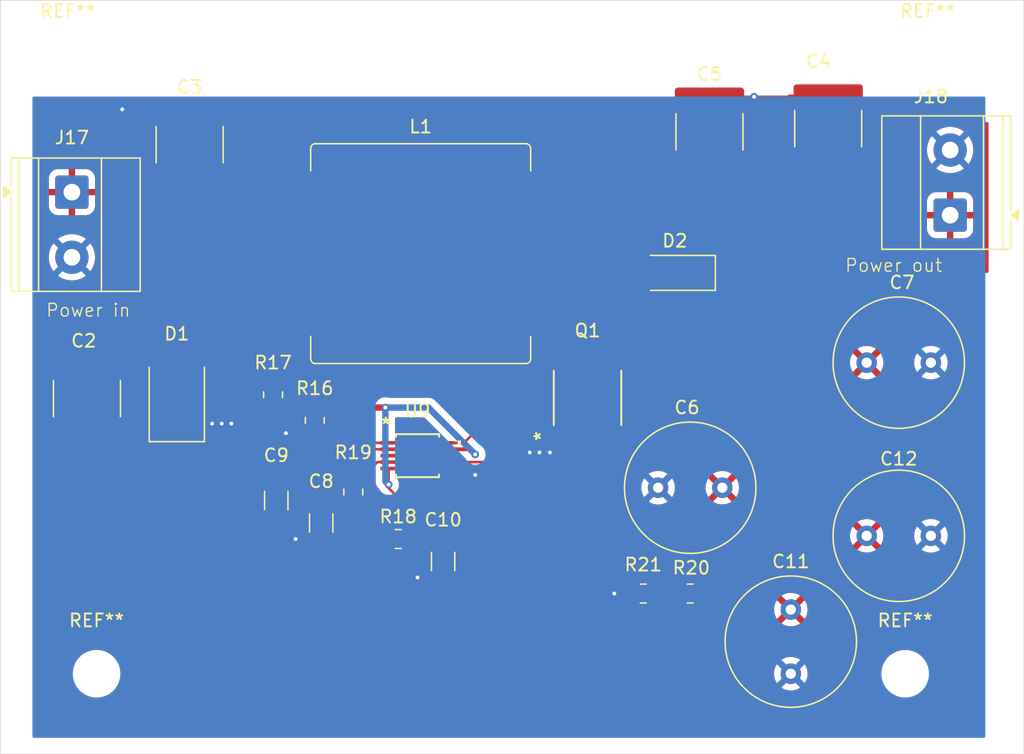
<source format=kicad_pcb>
(kicad_pcb (version 20241229) (generator "pcbnew") (generator_version "9.0")
  (layers (0 "F.Cu" signal) (2 "B.Cu" signal) (13 "F.Paste" user) (15 "B.Paste" user) (5 "F.SilkS" user "F.Silkscreen") (7 "B.SilkS" user "B.Silkscreen") (1 "F.Mask" user) (3 "B.Mask" user) (25 "Edge.Cuts" user))
  (net 0 "")
  (net 1 "GND")
  (net 2 "/Ith")
  (net 3 "Net-(C2-Pad1)")
  (net 4 "VIN")
  (net 5 "VOUT")
  (net 6 "/SENSE")
  (net 7 "/GATE")
  (net 8 "Net-(U1-FREQ)")
  (net 9 "/RUN")
  (net 10 "/FB")
  (footprint "Resistor_SMD:R_0805_2012Metric" (layer "F.Cu") (at 35.75 92.5 -90)
    (property "Reference" "R17" (at -2.5 0 180) (layer "F.SilkS"))
    (property "Value" "510k")
    (fp_line (start -0.227064 0.735) (end 0.227064 0.735) (stroke (width 0.12)) (layer "F.SilkS"))
    (fp_line (start -0.227064 -0.735) (end 0.227064 -0.735) (stroke (width 0.12)) (layer "F.SilkS"))
    (pad "1" smd roundrect (at -0.9125 0 270) (size 1.025 1.4) (layers "F.Cu" "F.Mask" "F.Paste") (roundrect_rratio 0.243902) (net 4 "VIN"))
    (pad "2" smd roundrect (at 0.9125 0 270) (size 1.025 1.4) (layers "F.Cu" "F.Mask" "F.Paste") (roundrect_rratio 0.243902) (net 9 "/RUN"))
  )
  (footprint "ltc1871:MSOP-10_MS_LIT" (layer "F.Cu") (at 47 97.25)
    (property "Reference" "U9" (at 0 -3.5 0) (layer "F.SilkS"))
    (property "Value" "LTC1871EMS-PBF")
    (fp_line (start -1.6764 -1.6764) (end -1.6764 -1.4732) (stroke (width 0.1524)) (layer "F.SilkS"))
    (fp_line (start -1.6764 1.4732) (end -1.6764 1.6764) (stroke (width 0.1524)) (layer "F.SilkS"))
    (fp_line (start -1.6764 1.6764) (end 1.6764 1.6764) (stroke (width 0.1524)) (layer "F.SilkS"))
    (fp_line (start 1.6764 -1.6764) (end -1.6764 -1.6764) (stroke (width 0.1524)) (layer "F.SilkS"))
    (fp_line (start 1.6764 -1.4732) (end 1.6764 -1.6764) (stroke (width 0.1524)) (layer "F.SilkS"))
    (fp_line (start 1.6764 1.6764) (end 1.6764 1.4732) (stroke (width 0.1524)) (layer "F.SilkS"))
    (fp_poly (pts (xy 3.3909 -1.19126) (xy 3.3909 -0.81026) (xy 3.1369 -0.81026) (xy 3.1369 -1.19126)) (fill yes) (layer "F.SilkS"))
    (fp_text user "*" (at -2.47015 -2.42316 0) (layer "F.SilkS"))
    (fp_text user "*" (at -2.47015 -2.42316 0) (layer "F.SilkS"))
    (pad "1" smd rect (at -2.21615 -1.00076) (size 1.3335 0.2794) (layers "F.Cu" "F.Mask" "F.Paste") (net 9 "/RUN"))
    (pad "2" smd rect (at -2.21615 -0.50038) (size 1.3335 0.2794) (layers "F.Cu" "F.Mask" "F.Paste") (net 2 "/Ith"))
    (pad "3" smd rect (at -2.21615 0) (size 1.3335 0.2794) (layers "F.Cu" "F.Mask" "F.Paste") (net 10 "/FB"))
    (pad "4" smd rect (at -2.21615 0.50038) (size 1.3335 0.2794) (layers "F.Cu" "F.Mask" "F.Paste") (net 8 "Net-(U1-FREQ)"))
    (pad "5" smd rect (at -2.21615 1.00076) (size 1.3335 0.2794) (layers "F.Cu" "F.Mask" "F.Paste") (net 4 "VIN"))
    (pad "6" smd rect (at 2.21615 1.00076) (size 1.3335 0.2794) (layers "F.Cu" "F.Mask" "F.Paste") (net 1 "GND"))
    (pad "7" smd rect (at 2.21615 0.50038) (size 1.3335 0.2794) (layers "F.Cu" "F.Mask" "F.Paste") (net 7 "/GATE"))
    (pad "8" smd rect (at 2.21615 0) (size 1.3335 0.2794) (layers "F.Cu" "F.Mask" "F.Paste") (net 4 "VIN"))
    (pad "9" smd rect (at 2.21615 -0.50038) (size 1.3335 0.2794) (layers "F.Cu" "F.Mask" "F.Paste") (net 4 "VIN"))
    (pad "10" smd rect (at 2.21615 -1.00076) (size 1.3335 0.2794) (layers "F.Cu" "F.Mask" "F.Paste") (net 6 "/SENSE"))
  )
  (footprint "Resistor_SMD:R_0805_2012Metric" (layer "F.Cu") (at 64.5875 108 180)
    (property "Reference" "R21" (at 0 2.25 180) (layer "F.SilkS"))
    (property "Value" "100k")
    (fp_line (start -0.227064 0.735) (end 0.227064 0.735) (stroke (width 0.12)) (layer "F.SilkS"))
    (fp_line (start -0.227064 -0.735) (end 0.227064 -0.735) (stroke (width 0.12)) (layer "F.SilkS"))
    (pad "1" smd roundrect (at -0.9125 0 180) (size 1.025 1.4) (layers "F.Cu" "F.Mask" "F.Paste") (roundrect_rratio 0.243902) (net 10 "/FB"))
    (pad "2" smd roundrect (at 0.9125 0 180) (size 1.025 1.4) (layers "F.Cu" "F.Mask" "F.Paste") (roundrect_rratio 0.243902) (net 1 "GND"))
  )
  (footprint "Diode_SMD:D_SOD-128" (layer "F.Cu") (at 67.05 83 180)
    (property "Reference" "D2" (at 0 2.5 0) (layer "F.SilkS"))
    (property "Value" "RB055LAM-60")
    (fp_line (start -3.16 1.36) (end 1.9 1.36) (stroke (width 0.12)) (layer "F.SilkS"))
    (fp_line (start -3.16 -1.36) (end 1.9 -1.36) (stroke (width 0.12)) (layer "F.SilkS"))
    (fp_line (start -3.16 -1.36) (end -3.16 1.36) (stroke (width 0.12)) (layer "F.SilkS"))
    (pad "1" smd roundrect (at -2.2 0 180) (size 1.4 2.1) (layers "F.Cu" "F.Mask" "F.Paste") (roundrect_rratio 0.1785714286) (net 5 "VOUT"))
    (pad "2" smd roundrect (at 2.2 0 180) (size 1.4 2.1) (layers "F.Cu" "F.Mask" "F.Paste") (roundrect_rratio 0.1785714286) (net 6 "/SENSE"))
  )
  (footprint "Capacitor_THT:C_Radial_D10.0mm_H20.0mm_P5.00mm" (layer "F.Cu") (at 70.75 99.75 180)
    (property "Reference" "C6" (at 2.75 6.25 180) (layer "F.SilkS"))
    (property "Value" "100u")
    (fp_circle (center 2.5 0) (end 7.62 0) (stroke (width 0.12)) (fill no) (layer "F.SilkS"))
    (pad "1" thru_hole circle (at 0 0 180) (size 1.6 1.6) (drill 0.8) (layers "*.Cu" "*.Mask") (net 5 "VOUT"))
    (pad "2" thru_hole circle (at 5 0 180) (size 1.6 1.6) (drill 0.8) (layers "*.Cu" "*.Mask") (net 1 "GND"))
  )
  (footprint "MountingHole:MountingHole_3.2mm_M3" (layer "F.Cu") (at 19.75 66.75)
    (property "Reference" "REF**" (at 0 -4.15 0) (layer "F.SilkS"))
    (property "Value" "MountingHole_3.2mm_M3" (hide yes))
    (pad "" np_thru_hole circle (at 0 0) (size 3.2 3.2) (drill 3.2) (layers "*.Cu" "*.Mask"))
  )
  (footprint "Resistor_SMD:R_0805_2012Metric" (layer "F.Cu") (at 45.5 103.75)
    (property "Reference" "R18" (at 0 -1.75 180) (layer "F.SilkS"))
    (property "Value" "110k")
    (fp_line (start -0.227064 -0.735) (end 0.227064 -0.735) (stroke (width 0.12)) (layer "F.SilkS"))
    (fp_line (start -0.227064 0.735) (end 0.227064 0.735) (stroke (width 0.12)) (layer "F.SilkS"))
    (pad "1" smd roundrect (at -0.9125 0) (size 1.025 1.4) (layers "F.Cu" "F.Mask" "F.Paste") (roundrect_rratio 0.243902) (net 8 "Net-(U1-FREQ)"))
    (pad "2" smd roundrect (at 0.9125 0) (size 1.025 1.4) (layers "F.Cu" "F.Mask" "F.Paste") (roundrect_rratio 0.243902) (net 1 "GND"))
  )
  (footprint "Capacitor_SMD:C_2220_5750Metric" (layer "F.Cu") (at 21.25 92.8 90)
    (property "Reference" "C2" (at 4.5 -0.25 0) (layer "F.SilkS"))
    (property "Value" "22u")
    (fp_line (start -1.415748 -2.61) (end 1.415748 -2.61) (stroke (width 0.12)) (layer "F.SilkS"))
    (fp_line (start -1.415748 2.61) (end 1.415748 2.61) (stroke (width 0.12)) (layer "F.SilkS"))
    (pad "1" smd roundrect (at -2.55 0 90) (size 1.8 5.4) (layers "F.Cu" "F.Mask" "F.Paste") (roundrect_rratio 0.138889) (net 1 "GND"))
    (pad "2" smd roundrect (at 2.55 0 90) (size 1.8 5.4) (layers "F.Cu" "F.Mask" "F.Paste") (roundrect_rratio 0.138889) (net 4 "VIN"))
  )
  (footprint "MountingHole:MountingHole_3.2mm_M3" (layer "F.Cu") (at 85 114.25)
    (property "Reference" "REF**" (at 0 -4.15 0) (layer "F.SilkS"))
    (property "Value" "MountingHole_3.2mm_M3" (hide yes))
    (pad "" np_thru_hole circle (at 0 0) (size 3.2 3.2) (drill 3.2) (layers "*.Cu" "*.Mask"))
  )
  (footprint "TerminalBlock_Phoenix:TerminalBlock_Phoenix_MKDS-1,5-2-5.08_1x02_P5.08mm_Horizontal" (layer "F.Cu") (at 20.0775 76.705 -90)
    (property "Reference" "J17" (at -4.25 0 180) (layer "F.SilkS"))
    (property "Value" "Screw_Terminal_01x02" (hide yes))
    (fp_line (start -2.66 4.72) (end -2.66 -5.32) (stroke (width 0.12)) (layer "F.SilkS"))
    (fp_line (start -0.3 4.72) (end -2.66 4.72) (stroke (width 0.12)) (layer "F.SilkS"))
    (fp_line (start 7.74 4.72) (end 0.3 4.72) (stroke (width 0.12)) (layer "F.SilkS"))
    (fp_line (start -2.66 4.1) (end 7.74 4.1) (stroke (width 0.12)) (layer "F.SilkS"))
    (fp_line (start -2.66 2.6) (end 7.74 2.6) (stroke (width 0.12)) (layer "F.SilkS"))
    (fp_line (start -2.66 -2.3) (end 7.74 -2.3) (stroke (width 0.12)) (layer "F.SilkS"))
    (fp_line (start -2.66 -5.32) (end 7.74 -5.32) (stroke (width 0.12)) (layer "F.SilkS"))
    (fp_line (start 7.74 -5.32) (end 7.74 4.72) (stroke (width 0.12)) (layer "F.SilkS"))
    (fp_poly (pts (xy 0 4.72) (xy 0.44 5.33) (xy -0.44 5.33)) (stroke (width 0.12)) (fill yes) (layer "F.SilkS"))
    (pad "1" thru_hole roundrect (at 0 0 270) (size 2.6 2.6) (drill 1.3) (layers "*.Cu" "*.Mask") (roundrect_rratio 0.096154) (net 4 "VIN"))
    (pad "2" thru_hole circle (at 5.08 0 270) (size 2.6 2.6) (drill 1.3) (layers "*.Cu" "*.Mask") (net 1 "GND"))
  )
  (footprint "Capacitor_SMD:C_2220_5750Metric" (layer "F.Cu") (at 69.75 72 90)
    (property "Reference" "C5" (at 4.5 0 180) (layer "F.SilkS"))
    (property "Value" "22u")
    (fp_line (start -1.415748 -2.61) (end 1.415748 -2.61) (stroke (width 0.12)) (layer "F.SilkS"))
    (fp_line (start -1.415748 2.61) (end 1.415748 2.61) (stroke (width 0.12)) (layer "F.SilkS"))
    (pad "1" smd roundrect (at -2.55 0 90) (size 1.8 5.4) (layers "F.Cu" "F.Mask" "F.Paste") (roundrect_rratio 0.138889) (net 5 "VOUT"))
    (pad "2" smd roundrect (at 2.55 0 90) (size 1.8 5.4) (layers "F.Cu" "F.Mask" "F.Paste") (roundrect_rratio 0.138889) (net 1 "GND"))
  )
  (footprint "Capacitor_THT:C_Radial_D10.0mm_H20.0mm_P5.00mm" (layer "F.Cu") (at 82 103.5)
    (property "Reference" "C12" (at 2.5 -6 180) (layer "F.SilkS"))
    (property "Value" "100u")
    (fp_circle (center 2.5 0) (end 7.62 0) (stroke (width 0.12)) (fill no) (layer "F.SilkS"))
    (pad "1" thru_hole circle (at 0 0) (size 1.6 1.6) (drill 0.8) (layers "*.Cu" "*.Mask") (net 5 "VOUT"))
    (pad "2" thru_hole circle (at 5 0) (size 1.6 1.6) (drill 0.8) (layers "*.Cu" "*.Mask") (net 1 "GND"))
  )
  (footprint "Capacitor_SMD:C_2220_5750Metric" (layer "F.Cu") (at 29.25 73 90)
    (property "Reference" "C3" (at 4.5 0 180) (layer "F.SilkS"))
    (property "Value" "22u")
    (fp_line (start -1.415748 -2.61) (end 1.415748 -2.61) (stroke (width 0.12)) (layer "F.SilkS"))
    (fp_line (start -1.415748 2.61) (end 1.415748 2.61) (stroke (width 0.12)) (layer "F.SilkS"))
    (pad "1" smd roundrect (at -2.55 0 90) (size 1.8 5.4) (layers "F.Cu" "F.Mask" "F.Paste") (roundrect_rratio 0.138889) (net 4 "VIN"))
    (pad "2" smd roundrect (at 2.55 0 90) (size 1.8 5.4) (layers "F.Cu" "F.Mask" "F.Paste") (roundrect_rratio 0.138889) (net 1 "GND"))
  )
  (footprint "MountingHole:MountingHole_3.2mm_M3" (layer "F.Cu") (at 22 114.25)
    (property "Reference" "REF**" (at 0 -4.15 0) (layer "F.SilkS"))
    (property "Value" "MountingHole_3.2mm_M3" (hide yes))
    (pad "" np_thru_hole circle (at 0 0) (size 3.2 3.2) (drill 3.2) (layers "*.Cu" "*.Mask"))
  )
  (footprint "Capacitor_THT:C_Radial_D10.0mm_H20.0mm_P5.00mm" (layer "F.Cu") (at 76.086789 109.25 -90)
    (property "Reference" "C11" (at -3.75 0 0) (layer "F.SilkS"))
    (property "Value" "100u")
    (fp_circle (center 2.5 0) (end 7.62 0) (stroke (width 0.12)) (fill no) (layer "F.SilkS"))
    (pad "1" thru_hole circle (at 0 0 270) (size 1.6 1.6) (drill 0.8) (layers "*.Cu" "*.Mask") (net 5 "VOUT"))
    (pad "2" thru_hole circle (at 5 0 270) (size 1.6 1.6) (drill 0.8) (layers "*.Cu" "*.Mask") (net 1 "GND"))
  )
  (footprint "Resistor_SMD:R_0805_2012Metric" (layer "F.Cu") (at 39 94.5 -90)
    (property "Reference" "R16" (at -2.5 0 180) (layer "F.SilkS"))
    (property "Value" "100k")
    (fp_line (start -0.227064 0.735) (end 0.227064 0.735) (stroke (width 0.12)) (layer "F.SilkS"))
    (fp_line (start -0.227064 -0.735) (end 0.227064 -0.735) (stroke (width 0.12)) (layer "F.SilkS"))
    (pad "1" smd roundrect (at -0.9125 0 270) (size 1.025 1.4) (layers "F.Cu" "F.Mask" "F.Paste") (roundrect_rratio 0.243902) (net 9 "/RUN"))
    (pad "2" smd roundrect (at 0.9125 0 270) (size 1.025 1.4) (layers "F.Cu" "F.Mask" "F.Paste") (roundrect_rratio 0.243902) (net 1 "GND"))
  )
  (footprint "Resistor_SMD:R_0805_2012Metric" (layer "F.Cu") (at 68.25 108 180)
    (property "Reference" "R20" (at -0.0875 2 180) (layer "F.SilkS"))
    (property "Value" "3.8Meg")
    (fp_line (start -0.227064 0.735) (end 0.227064 0.735) (stroke (width 0.12)) (layer "F.SilkS"))
    (fp_line (start -0.227064 -0.735) (end 0.227064 -0.735) (stroke (width 0.12)) (layer "F.SilkS"))
    (pad "1" smd roundrect (at -0.9125 0 180) (size 1.025 1.4) (layers "F.Cu" "F.Mask" "F.Paste") (roundrect_rratio 0.243902) (net 5 "VOUT"))
    (pad "2" smd roundrect (at 0.9125 0 180) (size 1.025 1.4) (layers "F.Cu" "F.Mask" "F.Paste") (roundrect_rratio 0.243902) (net 10 "/FB"))
  )
  (footprint "Capacitor_SMD:C_1206_3216Metric" (layer "F.Cu") (at 36 100.75038 -90)
    (property "Reference" "C9" (at -3.525 0 0) (layer "F.SilkS"))
    (property "Value" "47p")
    (fp_line (start -0.711252 0.91) (end 0.711252 0.91) (stroke (width 0.12)) (layer "F.SilkS"))
    (fp_line (start -0.711252 -0.91) (end 0.711252 -0.91) (stroke (width 0.12)) (layer "F.SilkS"))
    (pad "1" smd roundrect (at -1.475 0 270) (size 1.15 1.8) (layers "F.Cu" "F.Mask" "F.Paste") (roundrect_rratio 0.217391) (net 2 "/Ith"))
    (pad "2" smd roundrect (at 1.475 0 270) (size 1.15 1.8) (layers "F.Cu" "F.Mask" "F.Paste") (roundrect_rratio 0.217391) (net 1 "GND"))
  )
  (footprint "Capacitor_THT:C_Radial_D10.0mm_H20.0mm_P5.00mm" (layer "F.Cu") (at 82 90)
    (property "Reference" "C7" (at 2.75 -6.25 180) (layer "F.SilkS"))
    (property "Value" "100u")
    (fp_circle (center 2.5 0) (end 7.62 0) (stroke (width 0.12)) (fill no) (layer "F.SilkS"))
    (pad "1" thru_hole circle (at 0 0) (size 1.6 1.6) (drill 0.8) (layers "*.Cu" "*.Mask") (net 5 "VOUT"))
    (pad "2" thru_hole circle (at 5 0) (size 1.6 1.6) (drill 0.8) (layers "*.Cu" "*.Mask") (net 1 "GND"))
  )
  (footprint "Capacitor_SMD:C_2220_5750Metric" (layer "F.Cu") (at 79 71.75 90)
    (property "Reference" "C4" (at 5.25 -0.75 0) (layer "F.SilkS"))
    (property "Value" "22u")
    (fp_line (start -1.415748 -2.61) (end 1.415748 -2.61) (stroke (width 0.12)) (layer "F.SilkS"))
    (fp_line (start -1.415748 2.61) (end 1.415748 2.61) (stroke (width 0.12)) (layer "F.SilkS"))
    (pad "1" smd roundrect (at -2.55 0 90) (size 1.8 5.4) (layers "F.Cu" "F.Mask" "F.Paste") (roundrect_rratio 0.138889) (net 5 "VOUT"))
    (pad "2" smd roundrect (at 2.55 0 90) (size 1.8 5.4) (layers "F.Cu" "F.Mask" "F.Paste") (roundrect_rratio 0.138889) (net 1 "GND"))
  )
  (footprint "irf7805:SO8_IRF7805_INF" (layer "F.Cu") (at 60.25 92.75 90)
    (property "Reference" "Q1" (at 5.25 0 0) (layer "F.SilkS"))
    (property "Value" "IRF7805ZTRPBF")
    (fp_line (start 2.1209 -2.6289) (end -2.1209 -2.6289) (stroke (width 0.1524)) (layer "F.SilkS"))
    (fp_line (start -2.1209 2.6289) (end 2.1209 2.6289) (stroke (width 0.1524)) (layer "F.SilkS"))
    (fp_text user "*" (at -2.97815 -3.6068 90) (layer "F.SilkS"))
    (fp_text user "*" (at -2.97815 -3.6068 90) (layer "F.SilkS"))
    (pad "1" smd rect (at -2.72415 -1.905 90) (size 1.4605 0.5588) (layers "F.Cu" "F.Mask" "F.Paste") (net 1 "GND"))
    (pad "2" smd rect (at -2.72415 -0.635 90) (size 1.4605 0.5588) (layers "F.Cu" "F.Mask" "F.Paste") (net 1 "GND"))
    (pad "3" smd rect (at -2.72415 0.635 90) (size 1.4605 0.5588) (layers "F.Cu" "F.Mask" "F.Paste") (net 1 "GND"))
    (pad "4" smd rect (at -2.72415 1.905 90) (size 1.4605 0.5588) (layers "F.Cu" "F.Mask" "F.Paste") (net 7 "/GATE"))
    (pad "5" smd rect (at 2.72415 1.905 90) (size 1.4605 0.5588) (layers "F.Cu" "F.Mask" "F.Paste") (net 6 "/SENSE"))
    (pad "6" smd rect (at 2.72415 0.635 90) (size 1.4605 0.5588) (layers "F.Cu" "F.Mask" "F.Paste") (net 6 "/SENSE"))
    (pad "7" smd rect (at 2.72415 -0.635 90) (size 1.4605 0.5588) (layers "F.Cu" "F.Mask" "F.Paste") (net 6 "/SENSE"))
    (pad "8" smd rect (at 2.72415 -1.905 90) (size 1.4605 0.5588) (layers "F.Cu" "F.Mask" "F.Paste") (net 6 "/SENSE"))
  )
  (footprint "Diode_SMD:D_SMB" (layer "F.Cu") (at 28.25 92.5 90)
    (property "Reference" "D1" (at 4.75 0 180) (layer "F.SilkS"))
    (property "Value" "SMBJ24")
    (fp_line (start -3.66 -2.15) (end 2.15 -2.15) (stroke (width 0.12)) (layer "F.SilkS"))
    (fp_line (start -3.66 -2.15) (end -3.66 2.15) (stroke (width 0.12)) (layer "F.SilkS"))
    (fp_line (start -3.66 2.15) (end 2.15 2.15) (stroke (width 0.12)) (layer "F.SilkS"))
    (pad "1" smd roundrect (at -2.15 0 90) (size 2.5 2.3) (layers "F.Cu" "F.Mask" "F.Paste") (roundrect_rratio 0.1086956522) (net 1 "GND"))
    (pad "2" smd roundrect (at 2.15 0 90) (size 2.5 2.3) (layers "F.Cu" "F.Mask" "F.Paste") (roundrect_rratio 0.1086956522) (net 4 "VIN"))
  )
  (footprint "MountingHole:MountingHole_3.2mm_M3" (layer "F.Cu") (at 86.75 66.75)
    (property "Reference" "REF**" (at 0 -4.15 0) (layer "F.SilkS"))
    (property "Value" "MountingHole_3.2mm_M3" (hide yes))
    (pad "" np_thru_hole circle (at 0 0) (size 3.2 3.2) (drill 3.2) (layers "*.Cu" "*.Mask"))
  )
  (footprint "Capacitor_SMD:C_1206_3216Metric" (layer "F.Cu") (at 49 105.5 -90)
    (property "Reference" "C10" (at -3.25 0 0) (layer "F.SilkS"))
    (property "Value" "4.7u")
    (fp_line (start -0.711252 0.91) (end 0.711252 0.91) (stroke (width 0.12)) (layer "F.SilkS"))
    (fp_line (start -0.711252 -0.91) (end 0.711252 -0.91) (stroke (width 0.12)) (layer "F.SilkS"))
    (pad "1" smd roundrect (at -1.475 0 270) (size 1.15 1.8) (layers "F.Cu" "F.Mask" "F.Paste") (roundrect_rratio 0.217391) (net 4 "VIN"))
    (pad "2" smd roundrect (at 1.475 0 270) (size 1.15 1.8) (layers "F.Cu" "F.Mask" "F.Paste") (roundrect_rratio 0.217391) (net 1 "GND"))
  )
  (footprint "Resistor_SMD:R_0805_2012Metric" (layer "F.Cu") (at 42 100.0875 -90)
    (property "Reference" "R19" (at -3.0875 0 0) (layer "F.SilkS"))
    (property "Value" "22k")
    (fp_line (start -0.227064 0.735) (end 0.227064 0.735) (stroke (width 0.12)) (layer "F.SilkS"))
    (fp_line (start -0.227064 -0.735) (end 0.227064 -0.735) (stroke (width 0.12)) (layer "F.SilkS"))
    (pad "1" smd roundrect (at -0.9125 0 270) (size 1.025 1.4) (layers "F.Cu" "F.Mask" "F.Paste") (roundrect_rratio 0.243902) (net 2 "/Ith"))
    (pad "2" smd roundrect (at 0.9125 0 270) (size 1.025 1.4) (layers "F.Cu" "F.Mask" "F.Paste") (roundrect_rratio 0.243902) (net 3 "Net-(C2-Pad1)"))
  )
  (footprint "Capacitor_SMD:C_1206_3216Metric" (layer "F.Cu") (at 39.5 102.50038 -90)
    (property "Reference" "C8" (at -3.25 0 0) (layer "F.SilkS"))
    (property "Value" "6.8n")
    (fp_line (start -0.711252 0.91) (end 0.711252 0.91) (stroke (width 0.12)) (layer "F.SilkS"))
    (fp_line (start -0.711252 -0.91) (end 0.711252 -0.91) (stroke (width 0.12)) (layer "F.SilkS"))
    (pad "1" smd roundrect (at -1.475 0 270) (size 1.15 1.8) (layers "F.Cu" "F.Mask" "F.Paste") (roundrect_rratio 0.217391) (net 3 "Net-(C2-Pad1)"))
    (pad "2" smd roundrect (at 1.475 0 270) (size 1.15 1.8) (layers "F.Cu" "F.Mask" "F.Paste") (roundrect_rratio 0.217391) (net 1 "GND"))
  )
  (footprint "Inductor_SMD:L_Bourns_SRP1770TA_16.9x16.9mm" (layer "F.Cu") (at 47.25 81.5)
    (property "Reference" "L1" (at 0 -9.9 0) (layer "F.SilkS"))
    (property "Value" "SRP1770TA-150M")
    (fp_line (start -8.57 -8.2) (end -8.57 -6.45) (stroke (width 0.12)) (layer "F.SilkS"))
    (fp_line (start -8.57 6.45) (end -8.57 8.2) (stroke (width 0.12)) (layer "F.SilkS"))
    (fp_line (start -8.2 -8.57) (end 8.2 -8.57) (stroke (width 0.12)) (layer "F.SilkS"))
    (fp_line (start 8.2 8.57) (end -8.2 8.57) (stroke (width 0.12)) (layer "F.SilkS"))
    (fp_line (start 8.57 -8.2) (end 8.57 -6.45) (stroke (width 0.12)) (layer "F.SilkS"))
    (fp_line (start 8.57 6.45) (end 8.57 8.2) (stroke (width 0.12)) (layer "F.SilkS"))
    (fp_arc (start -8.57 -8.2) (mid -8.46163 -8.46163) (end -8.2 -8.57) (stroke (width 0.12)) (layer "F.SilkS"))
    (fp_arc (start -8.2 8.571214) (mid -8.451658 8.472888) (end -8.57 8.23) (stroke (width 0.12)) (layer "F.SilkS"))
    (fp_arc (start 8.209248 -8.569884) (mid 8.464879 -8.458339) (end 8.57 -8.2) (stroke (width 0.12)) (layer "F.SilkS"))
    (fp_arc (start 8.570135 8.2) (mid 8.458165 8.465237) (end 8.19 8.57) (stroke (width 0.12)) (layer "F.SilkS"))
    (pad "1" smd rect (at -7.675 0) (size 3.15 12.5) (layers "F.Cu" "F.Mask" "F.Paste") (net 4 "VIN"))
    (pad "2" smd rect (at 7.675 0) (size 3.15 12.5) (layers "F.Cu" "F.Mask" "F.Paste") (net 6 "/SENSE"))
  )
  (footprint "TerminalBlock_Phoenix:TerminalBlock_Phoenix_MKDS-1,5-2-5.08_1x02_P5.08mm_Horizontal" (layer "F.Cu") (at 88.5 78.5 90)
    (property "Reference" "J18" (at 9.25 -1.5 0) (layer "F.SilkS"))
    (property "Value" "Screw_Terminal_01x02" (hide yes))
    (fp_line (start 7.74 -5.32) (end 7.74 4.72) (stroke (width 0.12)) (layer "F.SilkS"))
    (fp_line (start -2.66 -5.32) (end 7.74 -5.32) (stroke (width 0.12)) (layer "F.SilkS"))
    (fp_line (start -2.66 -2.3) (end 7.74 -2.3) (stroke (width 0.12)) (layer "F.SilkS"))
    (fp_line (start -2.66 2.6) (end 7.74 2.6) (stroke (width 0.12)) (layer "F.SilkS"))
    (fp_line (start -2.66 4.1) (end 7.74 4.1) (stroke (width 0.12)) (layer "F.SilkS"))
    (fp_line (start 7.74 4.72) (end 0.3 4.72) (stroke (width 0.12)) (layer "F.SilkS"))
    (fp_line (start -0.3 4.72) (end -2.66 4.72) (stroke (width 0.12)) (layer "F.SilkS"))
    (fp_line (start -2.66 4.72) (end -2.66 -5.32) (stroke (width 0.12)) (layer "F.SilkS"))
    (fp_poly (pts (xy 0 4.72) (xy 0.44 5.33) (xy -0.44 5.33)) (stroke (width 0.12)) (fill yes) (layer "F.SilkS"))
    (pad "1" thru_hole roundrect (at 0 0 90) (size 2.6 2.6) (drill 1.3) (layers "*.Cu" "*.Mask") (roundrect_rratio 0.096154) (net 5 "VOUT"))
    (pad "2" thru_hole circle (at 5.08 0 90) (size 2.6 2.6) (drill 1.3) (layers "*.Cu" "*.Mask") (net 1 "GND"))
  )
  (gr_rect (start 14.5 61.75) (end 94.25 120.5) (stroke (width 0.05)) (fill no) (layer "Edge.Cuts"))
  (gr_text "Power in" (at 18 86.5 0) (layer "F.SilkS") (effects (font (size 1 1) (thickness 0.1)) (justify left bottom)))
  (gr_text "Power out" (at 80.25 83 0) (layer "F.SilkS") (effects (font (size 1 1) (thickness 0.1)) (justify left bottom)))
  (segment (start 47 106.75) (end 47.225 106.975) (width 0.2) (layer "F.Cu") (net 1))
  (segment (start 62.3375 108) (end 63.675 108) (width 0.2) (layer "F.Cu") (net 1))
  (segment (start 21.25 95.35) (end 27.55 95.35) (width 0.2) (layer "F.Cu") (net 1))
  (segment (start 27.55 95.35) (end 28.25 94.65) (width 0.2) (layer "F.Cu") (net 1))
  (segment (start 50.99924 98.25076) (end 49.21615 98.25076) (width 0.2) (layer "F.Cu") (net 1))
  (segment (start 37.72538 103.97538) (end 39.5 103.97538) (width 0.2) (layer "F.Cu") (net 1))
  (segment (start 73.225 69.275) (end 75.875 69.275) (width 0.2) (layer "F.Cu") (net 1))
  (segment (start 36.8375 95.4125) (end 39 95.4125) (width 0.5) (layer "F.Cu") (net 1))
  (segment (start 55.75 97) (end 57.31915 97) (width 0.5) (layer "F.Cu") (net 1))
  (segment (start 37.5 103.75) (end 37.5 103.72538) (width 0.2) (layer "F.Cu") (net 1))
  (segment (start 58.345 95.47415) (end 60.885 95.47415) (width 0.5) (layer "F.Cu") (net 1))
  (segment (start 37.5 103.75) (end 37.72538 103.97538) (width 0.2) (layer "F.Cu") (net 1))
  (segment (start 75.95 69.2) (end 79 69.2) (width 0.2) (layer "F.Cu") (net 1))
  (segment (start 26.05 70.3) (end 31.5 70.3) (width 0.2) (layer "F.Cu") (net 1))
  (segment (start 28.35 94.75) (end 32.5 94.75) (width 0.5) (layer "F.Cu") (net 1))
  (segment (start 28.25 94.65) (end 28.35 94.75) (width 0.2) (layer "F.Cu") (net 1))
  (segment (start 24 70.25) (end 26 70.25) (width 0.2) (layer "F.Cu") (net 1))
  (segment (start 75.875 69.275) (end 75.95 69.2) (width 0.2) (layer "F.Cu") (net 1))
  (segment (start 26 70.25) (end 26.05 70.3) (width 0.2) (layer "F.Cu") (net 1))
  (segment (start 37.5 103.72538) (end 36 102.22538) (width 0.2) (layer "F.Cu") (net 1))
  (segment (start 57.31915 97) (end 58.345 95.97415) (width 0.5) (layer "F.Cu") (net 1))
  (segment (start 73.225 69.275) (end 70.5 69.275) (width 0.2) (layer "F.Cu") (net 1))
  (segment (start 36.75 95.5) (end 36.8375 95.4125) (width 0.2) (layer "F.Cu") (net 1))
  (segment (start 46.4125 103.75) (end 46.4125 106.1625) (width 0.2) (layer "F.Cu") (net 1))
  (segment (start 46.4125 106.1625) (end 47 106.75) (width 0.2) (layer "F.Cu") (net 1))
  (segment (start 58.345 95.97415) (end 58.345 95.47415) (width 0.5) (layer "F.Cu") (net 1))
  (segment (start 51.49848 98.75) (end 50.99924 98.25076) (width 0.2) (layer "F.Cu") (net 1))
  (segment (start 47.225 106.975) (end 49 106.975) (width 0.2) (layer "F.Cu") (net 1))
  (segment (start 51.5 98.75) (end 51.49848 98.75) (width 0.2) (layer "F.Cu") (net 1))
  (via (at 55.75 97) (size 0.6) (drill 0.3) (layers "F.Cu" "B.Cu") (net 1))
  (via (at 37.5 103.75) (size 0.6) (drill 0.3) (layers "F.Cu" "B.Cu") (net 1))
  (via (at 73.225 69.275) (size 0.6) (drill 0.3) (layers "F.Cu" "B.Cu") (net 1))
  (via (at 51.5 98.75) (size 0.6) (drill 0.3) (layers "F.Cu" "B.Cu") (net 1))
  (via (at 62.3375 108) (size 0.6) (drill 0.3) (layers "F.Cu" "B.Cu") (net 1))
  (via (at 47 106.75) (size 0.6) (drill 0.3) (layers "F.Cu" "B.Cu") (net 1))
  (via (at 57.31915 97) (size 0.6) (drill 0.3) (layers "F.Cu" "B.Cu") (net 1))
  (via (at 31.75 94.75) (size 0.6) (drill 0.3) (layers "F.Cu" "B.Cu") (net 1))
  (via (at 31 94.75) (size 0.6) (drill 0.3) (layers "F.Cu" "B.Cu") (net 1))
  (via (at 24 70.25) (size 0.6) (drill 0.3) (layers "F.Cu" "B.Cu") (net 1))
  (via (at 32.5 94.75) (size 0.6) (drill 0.3) (layers "F.Cu" "B.Cu") (net 1))
  (via (at 56.5 97) (size 0.6) (drill 0.3) (layers "F.Cu" "B.Cu") (net 1))
  (via (at 36.75 95.5) (size 0.6) (drill 0.3) (layers "F.Cu" "B.Cu") (net 1))
  (segment (start 36.25 99.27538) (end 41.89962 99.27538) (width 0.2) (layer "F.Cu") (net 2))
  (segment (start 42 98.3754) (end 42 99.175) (width 0.2) (layer "F.Cu") (net 2))
  (segment (start 43.62578 96.74962) (end 44.78385 96.74962) (width 0.2) (layer "F.Cu") (net 2))
  (segment (start 43.62578 96.74962) (end 42 98.3754) (width 0.2) (layer "F.Cu") (net 2))
  (segment (start 42 101) (end 39.52538 101) (width 0.2) (layer "F.Cu") (net 3))
  (segment (start 44.75 99.5) (end 44.75 99.775) (width 0.2) (layer "F.Cu") (net 4))
  (segment (start 44.75 99.5) (end 44.75 98.28461) (width 0.2) (layer "F.Cu") (net 4))
  (segment (start 44.5 93.5) (end 42 93.5) (width 0.5) (layer "F.Cu") (net 4))
  (segment (start 42 93.5) (end 40.0875 91.5875) (width 0.5) (layer "F.Cu") (net 4))
  (segment (start 44.75 99.775) (end 49 104.025) (width 0.2) (layer "F.Cu") (net 4))
  (segment (start 49.21615 97.25) (end 49.21615 96.74962) (width 0.3) (layer "F.Cu") (net 4))
  (segment (start 40.0875 91.5875) (end 35.75 91.5875) (width 0.5) (layer "F.Cu") (net 4))
  (segment (start 44.75 98.28461) (end 44.78385 98.25076) (width 0.2) (layer "F.Cu") (net 4))
  (segment (start 51.5 97.15038) (end 51.09924 96.74962) (width 0.3) (layer "F.Cu") (net 4))
  (segment (start 51.09924 96.74962) (end 49.21615 96.74962) (width 0.3) (layer "F.Cu") (net 4))
  (via (at 44.75 99.5) (size 0.6) (drill 0.3) (layers "F.Cu" "B.Cu") (net 4))
  (via (at 44.5 93.5) (size 0.6) (drill 0.3) (layers "F.Cu" "B.Cu") (net 4))
  (via (at 51.5 97.15038) (size 0.6) (drill 0.3) (layers "F.Cu" "B.Cu") (net 4))
  (segment (start 44.5 99.25) (end 44.75 99.5) (width 0.5) (layer "B.Cu") (net 4))
  (segment (start 44.5 93.5) (end 44.5 99.25) (width 0.5) (layer "B.Cu") (net 4))
  (segment (start 47.84962 93.5) (end 51.5 97.15038) (width 0.5) (layer "B.Cu") (net 4))
  (segment (start 44.5 93.5) (end 47.84962 93.5) (width 0.5) (layer "B.Cu") (net 4))
  (segment (start 49.21615 96.24924) (end 50.62161 96.24924) (width 0.2) (layer "F.Cu") (net 6))
  (segment (start 56.845 90.02585) (end 61.095 90.02585) (width 0.2) (layer "F.Cu") (net 6))
  (segment (start 50.62161 96.24924) (end 56.845 90.02585) (width 0.2) (layer "F.Cu") (net 6))
  (segment (start 49.21615 97.75038) (end 60.22042 97.75038) (width 0.2) (layer "F.Cu") (net 7))
  (segment (start 62.155 95.8158) (end 62.155 95.47415) (width 0.2) (layer "F.Cu") (net 7))
  (segment (start 60.22042 97.75038) (end 62.155 95.8158) (width 0.2) (layer "F.Cu") (net 7))
  (segment (start 43.25 98.37616) (end 43.87578 97.75038) (width 0.2) (layer "F.Cu") (net 8))
  (segment (start 43.25 102.4125) (end 43.25 98.37616) (width 0.2) (layer "F.Cu") (net 8))
  (segment (start 43.87578 97.75038) (end 44.78385 97.75038) (width 0.2) (layer "F.Cu") (net 8))
  (segment (start 44.5875 103.75) (end 43.25 102.4125) (width 0.2) (layer "F.Cu") (net 8))
  (segment (start 41.66174 96.24924) (end 44.78385 96.24924) (width 0.2) (layer "F.Cu") (net 9))
  (segment (start 38.575 93.4125) (end 39 93.8375) (width 0.2) (layer "F.Cu") (net 9))
  (segment (start 35.75 93.4125) (end 38.575 93.4125) (width 0.2) (layer "F.Cu") (net 9))
  (segment (start 39 93.5875) (end 41.66174 96.24924) (width 0.2) (layer "F.Cu") (net 9))
  (segment (start 44.78385 97.25) (end 46.5 97.25) (width 0.2) (layer "F.Cu") (net 10))
  (segment (start 56.249 106.999) (end 46.5 97.25) (width 0.2) (layer "F.Cu") (net 10))
  (segment (start 65.5 108) (end 67.3375 108) (width 0.2) (layer "F.Cu") (net 10))
  (segment (start 64.499 106.999) (end 65.5 108) (width 0.2) (layer "F.Cu") (net 10))
  (segment (start 64.499 106.999) (end 56.249 106.999) (width 0.2) (layer "F.Cu") (net 10))
  (zone (net 4) (net_name "VIN") (layer "F.Cu") (priority 2) (connect_pads (clearance 0.5)) (min_thickness 0.25) (fill yes (thermal_gap 0.5) (thermal_bridge_width 0.5))
    (polygon (pts (xy 17.676536 92.485375) (xy 45.75 92.5625) (xy 45.75 71.75) (xy 17.594094 71.75)))
  )
  (zone (net 6) (net_name "/SENSE") (layer "F.Cu") (connect_pads (clearance 0.5)) (min_thickness 0.25) (fill yes (thermal_gap 0.5) (thermal_bridge_width 0.5))
    (polygon (pts (xy 49 92.5) (xy 66.25 92.5) (xy 66.25 71.25) (xy 49 71.25)))
  )
  (zone (net 5) (net_name "VOUT") (layer "F.Cu") (priority 1) (connect_pads (clearance 0.5)) (min_thickness 0.25) (fill yes (thermal_gap 0.5) (thermal_bridge_width 0.5))
    (polygon (pts (xy 91.5 71.240073) (xy 91.5 83) (xy 86 83) (xy 86 112.75) (xy 76 112.75) (xy 67.75 112.75) (xy 67.75 109.15) (xy 67.75 71.275)))
  )
  (zone (net 1) (net_name "GND") (layer "B.Cu") (priority 3) (connect_pads (clearance 0.5)) (min_thickness 0.25) (fill yes (thermal_gap 0.5) (thermal_bridge_width 0.5))
    (polygon (pts (xy 17 69.25) (xy 17 119.25) (xy 91.25 119.25) (xy 91.25 69.25)))
  )
)
</source>
